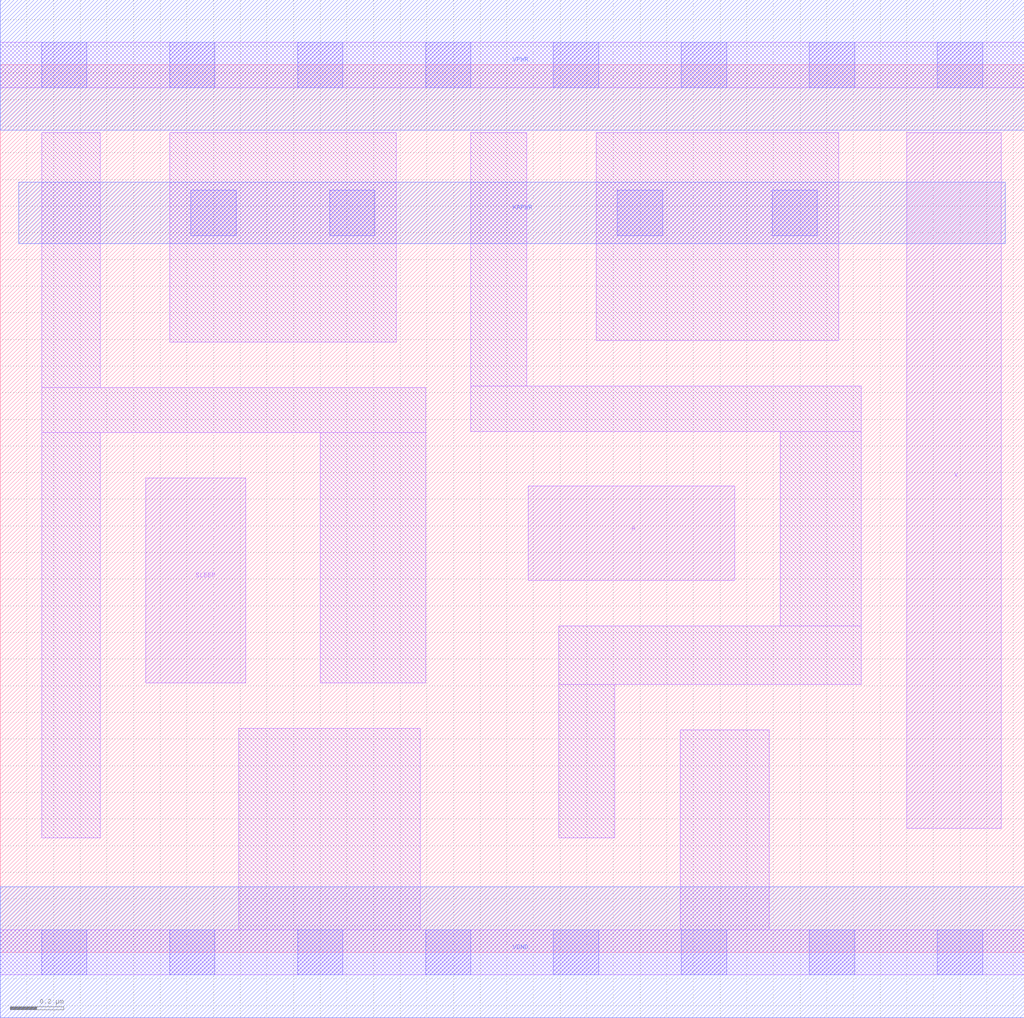
<source format=lef>
# Copyright 2020 The SkyWater PDK Authors
#
# Licensed under the Apache License, Version 2.0 (the "License");
# you may not use this file except in compliance with the License.
# You may obtain a copy of the License at
#
#     https://www.apache.org/licenses/LICENSE-2.0
#
# Unless required by applicable law or agreed to in writing, software
# distributed under the License is distributed on an "AS IS" BASIS,
# WITHOUT WARRANTIES OR CONDITIONS OF ANY KIND, either express or implied.
# See the License for the specific language governing permissions and
# limitations under the License.
#
# SPDX-License-Identifier: Apache-2.0

VERSION 5.7 ;
  NAMESCASESENSITIVE ON ;
  NOWIREEXTENSIONATPIN ON ;
  DIVIDERCHAR "/" ;
  BUSBITCHARS "[]" ;
UNITS
  DATABASE MICRONS 200 ;
END UNITS
MACRO sky130_fd_sc_lp__iso0p_lp2
  CLASS CORE ;
  SOURCE USER ;
  FOREIGN sky130_fd_sc_lp__iso0p_lp2 ;
  ORIGIN  0.000000  0.000000 ;
  SIZE  3.840000 BY  3.330000 ;
  SYMMETRY X Y R90 ;
  SITE unit ;
  PIN A
    ANTENNAGATEAREA  0.313000 ;
    DIRECTION INPUT ;
    USE SIGNAL ;
    PORT
      LAYER li1 ;
        RECT 1.980000 1.395000 2.755000 1.750000 ;
    END
  END A
  PIN SLEEP
    ANTENNAGATEAREA  0.376000 ;
    DIRECTION INPUT ;
    USE SIGNAL ;
    PORT
      LAYER li1 ;
        RECT 0.545000 1.010000 0.920000 1.780000 ;
    END
  END SLEEP
  PIN X
    ANTENNADIFFAREA  0.376300 ;
    DIRECTION OUTPUT ;
    USE SIGNAL ;
    PORT
      LAYER li1 ;
        RECT 3.400000 0.465000 3.755000 3.075000 ;
    END
  END X
  PIN KAPWR
    DIRECTION INOUT ;
    USE POWER ;
    PORT
      LAYER met1 ;
        RECT 0.070000 2.660000 3.770000 2.890000 ;
    END
  END KAPWR
  PIN VGND
    DIRECTION INOUT ;
    USE GROUND ;
    PORT
      LAYER met1 ;
        RECT 0.000000 -0.245000 3.840000 0.245000 ;
    END
  END VGND
  PIN VPWR
    DIRECTION INOUT ;
    USE POWER ;
    PORT
      LAYER met1 ;
        RECT 0.000000 3.085000 3.840000 3.575000 ;
    END
  END VPWR
  OBS
    LAYER li1 ;
      RECT 0.000000 -0.085000 3.840000 0.085000 ;
      RECT 0.000000  3.245000 3.840000 3.415000 ;
      RECT 0.155000  0.430000 0.375000 1.950000 ;
      RECT 0.155000  1.950000 1.595000 2.120000 ;
      RECT 0.155000  2.120000 0.375000 3.075000 ;
      RECT 0.635000  2.290000 1.485000 3.075000 ;
      RECT 0.895000  0.085000 1.575000 0.840000 ;
      RECT 1.200000  1.010000 1.595000 1.950000 ;
      RECT 1.765000  1.955000 3.230000 2.125000 ;
      RECT 1.765000  2.125000 1.975000 3.075000 ;
      RECT 2.095000  0.430000 2.305000 1.005000 ;
      RECT 2.095000  1.005000 3.230000 1.225000 ;
      RECT 2.235000  2.295000 3.145000 3.075000 ;
      RECT 2.550000  0.085000 2.885000 0.835000 ;
      RECT 2.925000  1.225000 3.230000 1.955000 ;
    LAYER mcon ;
      RECT 0.155000 -0.085000 0.325000 0.085000 ;
      RECT 0.155000  3.245000 0.325000 3.415000 ;
      RECT 0.635000 -0.085000 0.805000 0.085000 ;
      RECT 0.635000  3.245000 0.805000 3.415000 ;
      RECT 0.715000  2.690000 0.885000 2.860000 ;
      RECT 1.115000 -0.085000 1.285000 0.085000 ;
      RECT 1.115000  3.245000 1.285000 3.415000 ;
      RECT 1.235000  2.690000 1.405000 2.860000 ;
      RECT 1.595000 -0.085000 1.765000 0.085000 ;
      RECT 1.595000  3.245000 1.765000 3.415000 ;
      RECT 2.075000 -0.085000 2.245000 0.085000 ;
      RECT 2.075000  3.245000 2.245000 3.415000 ;
      RECT 2.315000  2.690000 2.485000 2.860000 ;
      RECT 2.555000 -0.085000 2.725000 0.085000 ;
      RECT 2.555000  3.245000 2.725000 3.415000 ;
      RECT 2.895000  2.690000 3.065000 2.860000 ;
      RECT 3.035000 -0.085000 3.205000 0.085000 ;
      RECT 3.035000  3.245000 3.205000 3.415000 ;
      RECT 3.515000 -0.085000 3.685000 0.085000 ;
      RECT 3.515000  3.245000 3.685000 3.415000 ;
  END
END sky130_fd_sc_lp__iso0p_lp2
END LIBRARY

</source>
